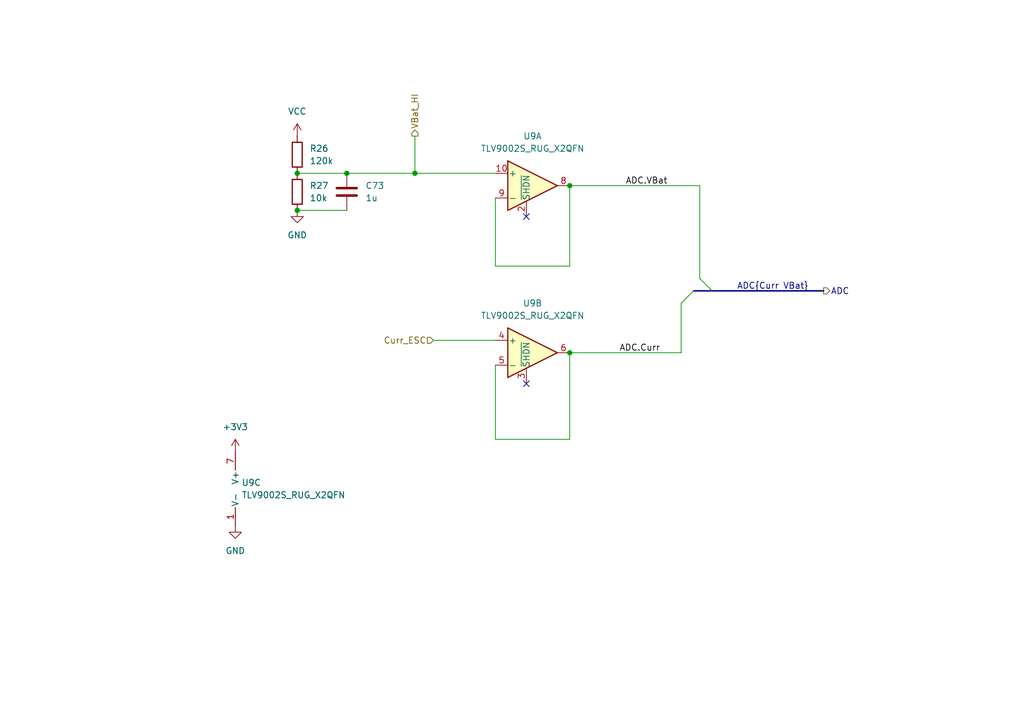
<source format=kicad_sch>
(kicad_sch (version 20231120) (generator "eeschema") (generator_version "8.0")
  (paper "A5")
  (title_block (title "Kolibri FC - ADC Buffers"))
  (lib_symbols
    (symbol "Device:C" (pin_numbers hide) (pin_names (offset 0.254))
      (property "Reference" "C" (at 0.635 2.54 0))
      (property "Value" "C" (at 0.635 -2.54 0))
      (symbol "C_0_1"
        (polyline (pts (xy -2.032 -0.762) (xy 2.032 -0.762)) (stroke (width 0.508)))
        (polyline (pts (xy -2.032 0.762) (xy 2.032 0.762)) (stroke (width 0.508)))
      )
      (symbol "C_1_1"
        (pin passive line (at 0 3.81 270) (length 2.794) (name "~") (number "1"))
        (pin passive line (at 0 -3.81 90) (length 2.794) (name "~") (number "2"))
      )
    )
    (symbol "Device:R" (pin_numbers hide) (pin_names (offset 0))
      (property "Reference" "R" (at 2.032 0 90))
      (property "Value" "R" (at 0 0 90))
      (symbol "R_0_1"
        (rectangle (start -1.016 -2.54) (end 1.016 2.54) (stroke (width 0.254)))
      )
      (symbol "R_1_1"
        (pin passive line (at 0 3.81 270) (length 1.27) (name "~") (number "1"))
        (pin passive line (at 0 -3.81 90) (length 1.27) (name "~") (number "2"))
      )
    )
    (symbol "Kolibri custom:TLV9002S_RUG_X2QFN" (pin_names (offset 0.127))
      (property "Reference" "U" (at 0 5.08 0))
      (property "Value" "TLV9002S_RUG_X2QFN" (at 1.27 -3.81 0))
      (symbol "TLV9002S_RUG_X2QFN_1_1"
        (polyline (pts (xy -5.08 5.08) (xy 5.08 0) (xy -5.08 -5.08) (xy -5.08 5.08)) (stroke (width 0.254)) (fill (type background)))
        (pin input line (at -7.62 2.54 0) (length 2.54) (name "+") (number "10"))
        (pin input line (at -1.27 -6.35 90) (length 3.175) (name "~{SHDN}") (number "2"))
        (pin output line (at 7.62 0 180) (length 2.54) (name "~") (number "8"))
        (pin input line (at -7.62 -2.54 0) (length 2.54) (name "-") (number "9"))
      )
      (symbol "TLV9002S_RUG_X2QFN_2_1"
        (polyline (pts (xy -5.08 5.08) (xy 5.08 0) (xy -5.08 -5.08) (xy -5.08 5.08)) (stroke (width 0.254)) (fill (type background)))
        (pin input line (at -1.27 -6.35 90) (length 3.175) (name "~{SHDN}") (number "3"))
        (pin input line (at -7.62 2.54 0) (length 2.54) (name "+") (number "4"))
        (pin input line (at -7.62 -2.54 0) (length 2.54) (name "-") (number "5"))
        (pin output line (at 7.62 0 180) (length 2.54) (name "~") (number "6"))
      )
      (symbol "TLV9002S_RUG_X2QFN_3_1"
        (pin power_in line (at -2.54 -7.62 90) (length 3.81) (name "V-") (number "1"))
        (pin power_in line (at -2.54 7.62 270) (length 3.81) (name "V+") (number "7"))
      )
    )
    (symbol "power:+3V3" (power) (pin_numbers hide) (pin_names (offset 0) hide)
      (property "Value" "+3V3" (at 0 3.556 0))
      (symbol "+3V3_0_1"
        (polyline (pts (xy -0.762 1.27) (xy 0 2.54)))
        (polyline (pts (xy 0 0) (xy 0 2.54)))
        (polyline (pts (xy 0 2.54) (xy 0.762 1.27)))
      )
      (symbol "+3V3_1_1"
        (pin power_in line (at 0 0 90) (length 0) (name "~") (number "1"))
      )
    )
    (symbol "power:GND" (power) (pin_numbers hide) (pin_names (offset 0) hide)
      (property "Value" "GND" (at 0 -3.81 0))
      (symbol "GND_0_1"
        (polyline (pts (xy 0 0) (xy 0 -1.27) (xy 1.27 -1.27) (xy 0 -2.54) (xy -1.27 -1.27) (xy 0 -1.27)))
      )
      (symbol "GND_1_1"
        (pin power_in line (at 0 0 270) (length 0) (name "~") (number "1"))
      )
    )
    (symbol "power:VCC" (power) (pin_numbers hide) (pin_names (offset 0) hide)
      (property "Value" "VCC" (at 0 3.556 0))
      (symbol "VCC_0_1"
        (polyline (pts (xy -0.762 1.27) (xy 0 2.54)))
        (polyline (pts (xy 0 0) (xy 0 2.54)))
        (polyline (pts (xy 0 2.54) (xy 0.762 1.27)))
      )
      (symbol "VCC_1_1"
        (pin power_in line (at 0 0 90) (length 0) (name "~") (number "1"))
      )
    )
  )
  (junction (at 60.96 43.18))
  (junction (at 71.12 35.56))
  (junction (at 116.84 72.39))
  (junction (at 60.96 35.56))
  (junction (at 116.84 38.1))
  (junction (at 85.09 35.56))
  (no_connect (at 107.95 44.45))
  (no_connect (at 107.95 78.74))
  (bus_entry (at 139.7 62.23) (size 2.54 -2.54))
  (bus_entry (at 143.51 57.15) (size 2.54 2.54))
  (wire (pts (xy 60.96 35.56) (xy 71.12 35.56)))
  (wire (pts (xy 139.7 72.39) (xy 139.7 62.23)))
  (wire (pts (xy 88.9 69.85) (xy 101.6 69.85)))
  (wire (pts (xy 116.84 38.1) (xy 143.51 38.1)))
  (wire (pts (xy 101.6 90.17) (xy 116.84 90.17)))
  (wire (pts (xy 101.6 40.64) (xy 101.6 54.61)))
  (wire (pts (xy 71.12 35.56) (xy 85.09 35.56)))
  (wire (pts (xy 85.09 27.94) (xy 85.09 35.56)))
  (wire (pts (xy 116.84 54.61) (xy 116.84 38.1)))
  (wire (pts (xy 101.6 54.61) (xy 116.84 54.61)))
  (bus (pts (xy 142.24 59.69) (xy 146.05 59.69)))
  (wire (pts (xy 85.09 35.56) (xy 101.6 35.56)))
  (wire (pts (xy 101.6 74.93) (xy 101.6 90.17)))
  (wire (pts (xy 116.84 90.17) (xy 116.84 72.39)))
  (wire (pts (xy 60.96 43.18) (xy 71.12 43.18)))
  (wire (pts (xy 116.84 72.39) (xy 139.7 72.39)))
  (wire (pts (xy 143.51 38.1) (xy 143.51 57.15)))
  (bus (pts (xy 146.05 59.69) (xy 168.91 59.69)))
  (label "ADC.VBat" (at 128.27 38.1 0))
  (label "ADC{Curr VBat}" (at 151.13 59.69 0))
  (label "ADC.Curr" (at 127 72.39 0))
  (hierarchical_label "ADC" (shape output) (at 168.91 59.69 0))
  (hierarchical_label "VBat_HI" (shape output) (at 85.09 27.94 90))
  (hierarchical_label "Curr_ESC" (shape input) (at 88.9 69.85 180))
  (symbol (lib_id "Kolibri custom:TLV9002S_RUG_X2QFN") (at 50.8 100.33 0) (unit 3)
    (property "Reference" "U9" (at 49.53 99.0599 0) (effects (justify left)))
    (property "Value" "TLV9002S_RUG_X2QFN" (at 49.53 101.5999 0) (effects (justify left)))
    (property "Footprint" "Kolibri custom:Texas_X2QFN_RUG_10pin_1.5x2mm" (effects (hide yes)))
    (property "Description" "Dual Operational Amplifiers, X2QFN" (effects (hide yes)))
  )
  (symbol (lib_id "power:VCC") (at 60.96 27.94 0) (unit 1)
    (property "Reference" "#PWR150" (effects (hide yes)))
    (property "Value" "VCC" (at 60.96 22.86 0))
    (property "Description" "Power symbol creates a global label with name \"VCC\"" (effects (hide yes)))
  )
  (symbol (lib_id "Device:C") (at 71.12 39.37 180) (unit 1)
    (property "Reference" "C73" (at 74.93 38.0999 0) (effects (justify right)))
    (property "Value" "1u" (at 74.93 40.6399 0) (effects (justify right)))
    (property "Footprint" "Capacitor_SMD:C_0402_1005Metric" (effects (hide yes)))
    (property "Description" "Unpolarized capacitor" (effects (hide yes)))
  )
  (symbol (lib_id "power:+3V3") (at 48.26 92.71 0) (unit 1)
    (property "Reference" "#PWR152" (effects (hide yes)))
    (property "Value" "+3V3" (at 48.26 87.63 0))
    (property "Description" "Power symbol creates a global label with name \"+3V3\"" (effects (hide yes)))
  )
  (symbol (lib_id "Kolibri custom:TLV9002S_RUG_X2QFN") (at 109.22 72.39 0) (unit 2)
    (property "Reference" "U9" (at 109.22 62.23 0))
    (property "Value" "TLV9002S_RUG_X2QFN" (at 109.22 64.77 0))
    (property "Footprint" "Kolibri custom:Texas_X2QFN_RUG_10pin_1.5x2mm" (effects (hide yes)))
    (property "Description" "Dual Operational Amplifiers, X2QFN" (effects (hide yes)))
  )
  (symbol (lib_id "power:GND") (at 60.96 43.18 0) (unit 1)
    (property "Reference" "#PWR151" (effects (hide yes)))
    (property "Value" "GND" (at 60.96 48.26 0))
    (property "Description" "Power symbol creates a global label with name \"GND\" , ground" (effects (hide yes)))
  )
  (symbol (lib_id "Device:R") (at 60.96 31.75 0) (unit 1)
    (property "Reference" "R26" (at 63.5 30.4799 0) (effects (justify left)))
    (property "Value" "120k" (at 63.5 33.0199 0) (effects (justify left)))
    (property "Footprint" "Resistor_SMD:R_0402_1005Metric" (effects (hide yes)))
    (property "Description" "Resistor" (effects (hide yes)))
  )
  (symbol (lib_id "Kolibri custom:TLV9002S_RUG_X2QFN") (at 109.22 38.1 0) (unit 1)
    (property "Reference" "U9" (at 109.22 27.94 0))
    (property "Value" "TLV9002S_RUG_X2QFN" (at 109.22 30.48 0))
    (property "Footprint" "Kolibri custom:Texas_X2QFN_RUG_10pin_1.5x2mm" (effects (hide yes)))
    (property "Description" "Dual Operational Amplifiers, X2QFN" (effects (hide yes)))
  )
  (symbol (lib_id "power:GND") (at 48.26 107.95 0) (unit 1)
    (property "Reference" "#PWR153" (effects (hide yes)))
    (property "Value" "GND" (at 48.26 113.03 0))
    (property "Description" "Power symbol creates a global label with name \"GND\" , ground" (effects (hide yes)))
  )
  (symbol (lib_id "Device:R") (at 60.96 39.37 0) (unit 1)
    (property "Reference" "R27" (at 63.5 38.0999 0) (effects (justify left)))
    (property "Value" "10k" (at 63.5 40.6399 0) (effects (justify left)))
    (property "Footprint" "Resistor_SMD:R_0402_1005Metric" (effects (hide yes)))
    (property "Description" "Resistor" (effects (hide yes)))
  )
)
</source>
